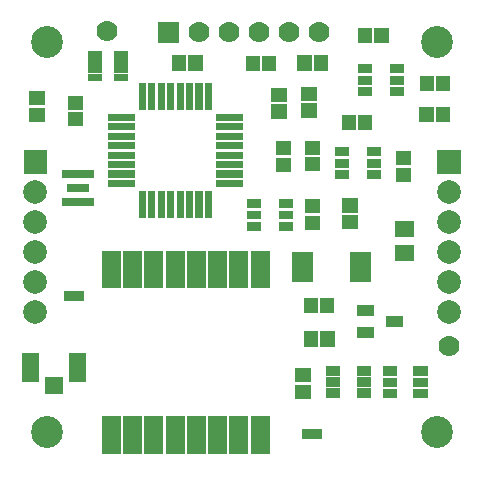
<source format=gts>
G04 Layer: TopSolderMaskLayer*
G04 EasyEDA v6.3.22, 2020-01-22T11:07:26+01:00*
G04 fe9f39e87b364ab5b5230e9583c1109d,6ac03ef627a24f5ab7c901ca926ad83b,10*
G04 Gerber Generator version 0.2*
G04 Scale: 100 percent, Rotated: No, Reflected: No *
G04 Dimensions in millimeters *
G04 leading zeros omitted , absolute positions ,3 integer and 3 decimal *
%FSLAX33Y33*%
%MOMM*%
G90*
G71D02*

%ADD54C,1.778000*%
%ADD55C,2.703195*%
%ADD72C,2.003196*%

%LPD*%
G54D54*
G01X36519Y9789D03*
G54D55*
G01X2500Y35499D03*
G01X35500Y35499D03*
G01X35500Y2499D03*
G01X2500Y2499D03*
G54D54*
G01X7519Y36389D03*
G36*
G01X4770Y13542D02*
G01X4770Y14395D01*
G01X5572Y14395D01*
G01X5572Y13542D01*
G01X4770Y13542D01*
G37*
G36*
G01X3921Y13542D02*
G01X3921Y14395D01*
G01X4724Y14395D01*
G01X4724Y13542D01*
G01X3921Y13542D01*
G37*
G36*
G01X24950Y1853D02*
G01X24950Y2706D01*
G01X25753Y2706D01*
G01X25753Y1853D01*
G01X24950Y1853D01*
G37*
G36*
G01X24102Y1853D02*
G01X24102Y2706D01*
G01X24904Y2706D01*
G01X24904Y1853D01*
G01X24102Y1853D01*
G37*
G36*
G01X7650Y28810D02*
G01X7650Y29419D01*
G01X9885Y29419D01*
G01X9885Y28810D01*
G01X7650Y28810D01*
G37*
G36*
G01X7650Y28022D02*
G01X7650Y28632D01*
G01X9885Y28632D01*
G01X9885Y28022D01*
G01X7650Y28022D01*
G37*
G36*
G01X7650Y27210D02*
G01X7650Y27819D01*
G01X9885Y27819D01*
G01X9885Y27210D01*
G01X7650Y27210D01*
G37*
G36*
G01X7650Y26422D02*
G01X7650Y27032D01*
G01X9885Y27032D01*
G01X9885Y26422D01*
G01X7650Y26422D01*
G37*
G36*
G01X7650Y25609D02*
G01X7650Y26219D01*
G01X9885Y26219D01*
G01X9885Y25609D01*
G01X7650Y25609D01*
G37*
G36*
G01X7650Y24822D02*
G01X7650Y25432D01*
G01X9885Y25432D01*
G01X9885Y24822D01*
G01X7650Y24822D01*
G37*
G36*
G01X7650Y24009D02*
G01X7650Y24619D01*
G01X9885Y24619D01*
G01X9885Y24009D01*
G01X7650Y24009D01*
G37*
G36*
G01X7650Y23222D02*
G01X7650Y23831D01*
G01X9885Y23831D01*
G01X9885Y23222D01*
G01X7650Y23222D01*
G37*
G36*
G01X10241Y20631D02*
G01X10241Y22866D01*
G01X10850Y22866D01*
G01X10850Y20631D01*
G01X10241Y20631D01*
G37*
G36*
G01X11028Y20631D02*
G01X11028Y22866D01*
G01X11638Y22866D01*
G01X11638Y20631D01*
G01X11028Y20631D01*
G37*
G36*
G01X11841Y20631D02*
G01X11841Y22866D01*
G01X12451Y22866D01*
G01X12451Y20631D01*
G01X11841Y20631D01*
G37*
G36*
G01X12628Y20631D02*
G01X12628Y22866D01*
G01X13238Y22866D01*
G01X13238Y20631D01*
G01X12628Y20631D01*
G37*
G36*
G01X13441Y20631D02*
G01X13441Y22866D01*
G01X14051Y22866D01*
G01X14051Y20631D01*
G01X13441Y20631D01*
G37*
G36*
G01X14229Y20631D02*
G01X14229Y22866D01*
G01X14838Y22866D01*
G01X14838Y20631D01*
G01X14229Y20631D01*
G37*
G36*
G01X15041Y20631D02*
G01X15041Y22866D01*
G01X15651Y22866D01*
G01X15651Y20631D01*
G01X15041Y20631D01*
G37*
G36*
G01X15829Y20631D02*
G01X15829Y22866D01*
G01X16438Y22866D01*
G01X16438Y20631D01*
G01X15829Y20631D01*
G37*
G36*
G01X16794Y23222D02*
G01X16794Y23831D01*
G01X19029Y23831D01*
G01X19029Y23222D01*
G01X16794Y23222D01*
G37*
G36*
G01X16794Y24009D02*
G01X16794Y24619D01*
G01X19029Y24619D01*
G01X19029Y24009D01*
G01X16794Y24009D01*
G37*
G36*
G01X16794Y24822D02*
G01X16794Y25432D01*
G01X19029Y25432D01*
G01X19029Y24822D01*
G01X16794Y24822D01*
G37*
G36*
G01X16794Y25609D02*
G01X16794Y26219D01*
G01X19029Y26219D01*
G01X19029Y25609D01*
G01X16794Y25609D01*
G37*
G36*
G01X16794Y26422D02*
G01X16794Y27032D01*
G01X19029Y27032D01*
G01X19029Y26422D01*
G01X16794Y26422D01*
G37*
G36*
G01X16794Y27210D02*
G01X16794Y27819D01*
G01X19029Y27819D01*
G01X19029Y27210D01*
G01X16794Y27210D01*
G37*
G36*
G01X16794Y28022D02*
G01X16794Y28632D01*
G01X19029Y28632D01*
G01X19029Y28022D01*
G01X16794Y28022D01*
G37*
G36*
G01X16794Y28810D02*
G01X16794Y29419D01*
G01X19029Y29419D01*
G01X19029Y28810D01*
G01X16794Y28810D01*
G37*
G36*
G01X15829Y29775D02*
G01X15829Y32010D01*
G01X16438Y32010D01*
G01X16438Y29775D01*
G01X15829Y29775D01*
G37*
G36*
G01X15041Y29775D02*
G01X15041Y32010D01*
G01X15651Y32010D01*
G01X15651Y29775D01*
G01X15041Y29775D01*
G37*
G36*
G01X14229Y29775D02*
G01X14229Y32010D01*
G01X14838Y32010D01*
G01X14838Y29775D01*
G01X14229Y29775D01*
G37*
G36*
G01X13441Y29775D02*
G01X13441Y32010D01*
G01X14051Y32010D01*
G01X14051Y29775D01*
G01X13441Y29775D01*
G37*
G36*
G01X12628Y29775D02*
G01X12628Y32010D01*
G01X13238Y32010D01*
G01X13238Y29775D01*
G01X12628Y29775D01*
G37*
G36*
G01X11841Y29775D02*
G01X11841Y32010D01*
G01X12451Y32010D01*
G01X12451Y29775D01*
G01X11841Y29775D01*
G37*
G36*
G01X11028Y29775D02*
G01X11028Y32010D01*
G01X11638Y32010D01*
G01X11638Y29775D01*
G01X11028Y29775D01*
G37*
G36*
G01X10241Y29775D02*
G01X10241Y32010D01*
G01X10850Y32010D01*
G01X10850Y29775D01*
G01X10241Y29775D01*
G37*
G36*
G01X21849Y25909D02*
G01X21849Y27111D01*
G01X23152Y27111D01*
G01X23152Y25909D01*
G01X21849Y25909D01*
G37*
G36*
G01X21849Y24507D02*
G01X21849Y25711D01*
G01X23152Y25711D01*
G01X23152Y24507D01*
G01X21849Y24507D01*
G37*
G36*
G01X967Y30118D02*
G01X967Y31322D01*
G01X2270Y31322D01*
G01X2270Y30118D01*
G01X967Y30118D01*
G37*
G36*
G01X967Y28718D02*
G01X967Y29922D01*
G01X2270Y29922D01*
G01X2270Y28718D01*
G01X967Y28718D01*
G37*
G36*
G01X4259Y29747D02*
G01X4259Y30951D01*
G01X5562Y30951D01*
G01X5562Y29747D01*
G01X4259Y29747D01*
G37*
G36*
G01X4259Y28348D02*
G01X4259Y29551D01*
G01X5562Y29551D01*
G01X5562Y28348D01*
G01X4259Y28348D01*
G37*
G36*
G01X21457Y30407D02*
G01X21457Y31611D01*
G01X22760Y31611D01*
G01X22760Y30407D01*
G01X21457Y30407D01*
G37*
G36*
G01X21457Y29008D02*
G01X21457Y30212D01*
G01X22760Y30212D01*
G01X22760Y29008D01*
G01X21457Y29008D01*
G37*
G36*
G01X24229Y9699D02*
G01X24229Y11002D01*
G01X25430Y11002D01*
G01X25430Y9699D01*
G01X24229Y9699D01*
G37*
G36*
G01X25628Y9699D02*
G01X25628Y11002D01*
G01X26832Y11002D01*
G01X26832Y9699D01*
G01X25628Y9699D01*
G37*
G36*
G01X3759Y21568D02*
G01X3759Y22272D01*
G01X6461Y22272D01*
G01X6461Y21568D01*
G01X3759Y21568D01*
G37*
G36*
G01X4208Y22767D02*
G01X4208Y23471D01*
G01X6012Y23471D01*
G01X6012Y22767D01*
G01X4208Y22767D01*
G37*
G36*
G01X3759Y23966D02*
G01X3759Y24670D01*
G01X6461Y24670D01*
G01X6461Y23966D01*
G01X3759Y23966D01*
G37*
G36*
G01X5908Y34149D02*
G01X5908Y34751D01*
G01X7170Y34751D01*
G01X7170Y34149D01*
G01X5908Y34149D01*
G37*
G36*
G01X5908Y33499D02*
G01X5908Y34101D01*
G01X7170Y34101D01*
G01X7170Y33499D01*
G01X5908Y33499D01*
G37*
G36*
G01X5908Y32838D02*
G01X5908Y33440D01*
G01X7170Y33440D01*
G01X7170Y32838D01*
G01X5908Y32838D01*
G37*
G36*
G01X5908Y32188D02*
G01X5908Y32790D01*
G01X7170Y32790D01*
G01X7170Y32188D01*
G01X5908Y32188D01*
G37*
G36*
G01X8107Y32188D02*
G01X8107Y32790D01*
G01X9372Y32790D01*
G01X9372Y32188D01*
G01X8107Y32188D01*
G37*
G36*
G01X8107Y32838D02*
G01X8107Y33440D01*
G01X9372Y33440D01*
G01X9372Y32838D01*
G01X8107Y32838D01*
G37*
G36*
G01X8107Y33499D02*
G01X8107Y34101D01*
G01X9372Y34101D01*
G01X9372Y33499D01*
G01X8107Y33499D01*
G37*
G36*
G01X8107Y34149D02*
G01X8107Y34751D01*
G01X9372Y34751D01*
G01X9372Y34149D01*
G01X8107Y34149D01*
G37*
G01X25480Y36340D03*
G01X22940Y36340D03*
G01X20400Y36340D03*
G01X17860Y36340D03*
G01X15320Y36340D03*
G36*
G01X11889Y35449D02*
G01X11889Y37227D01*
G01X13667Y37227D01*
G01X13667Y35449D01*
G01X11889Y35449D01*
G37*
G36*
G01X13037Y33077D02*
G01X13037Y34380D01*
G01X14241Y34380D01*
G01X14241Y33077D01*
G01X13037Y33077D01*
G37*
G36*
G01X14437Y33077D02*
G01X14437Y34380D01*
G01X15641Y34380D01*
G01X15641Y33077D01*
G01X14437Y33077D01*
G37*
G36*
G01X19418Y21423D02*
G01X19418Y22175D01*
G01X20622Y22175D01*
G01X20622Y21423D01*
G01X19418Y21423D01*
G37*
G36*
G01X19418Y20474D02*
G01X19418Y21225D01*
G01X20622Y21225D01*
G01X20622Y20474D01*
G01X19418Y20474D01*
G37*
G36*
G01X19418Y19524D02*
G01X19418Y20275D01*
G01X20622Y20275D01*
G01X20622Y19524D01*
G01X19418Y19524D01*
G37*
G36*
G01X22118Y19524D02*
G01X22118Y20275D01*
G01X23322Y20275D01*
G01X23322Y19524D01*
G01X22118Y19524D01*
G37*
G36*
G01X22118Y21423D02*
G01X22118Y22175D01*
G01X23322Y22175D01*
G01X23322Y21423D01*
G01X22118Y21423D01*
G37*
G36*
G01X22118Y20474D02*
G01X22118Y21225D01*
G01X23322Y21225D01*
G01X23322Y20474D01*
G01X22118Y20474D01*
G37*
G36*
G01X360Y6747D02*
G01X360Y9150D01*
G01X1762Y9150D01*
G01X1762Y6747D01*
G01X360Y6747D01*
G37*
G36*
G01X2308Y5648D02*
G01X2308Y7151D01*
G01X3812Y7151D01*
G01X3812Y5648D01*
G01X2308Y5648D01*
G37*
G36*
G01X4361Y6747D02*
G01X4361Y9150D01*
G01X5763Y9150D01*
G01X5763Y6747D01*
G01X4361Y6747D01*
G37*
G36*
G01X19288Y33039D02*
G01X19288Y34342D01*
G01X20492Y34342D01*
G01X20492Y33039D01*
G01X19288Y33039D01*
G37*
G36*
G01X20688Y33039D02*
G01X20688Y34342D01*
G01X21892Y34342D01*
G01X21892Y33039D01*
G01X20688Y33039D01*
G37*
G36*
G01X29547Y23913D02*
G01X29547Y24667D01*
G01X30751Y24667D01*
G01X30751Y23913D01*
G01X29547Y23913D01*
G37*
G36*
G01X29547Y24863D02*
G01X29547Y25617D01*
G01X30751Y25617D01*
G01X30751Y24863D01*
G01X29547Y24863D01*
G37*
G36*
G01X29547Y25813D02*
G01X29547Y26567D01*
G01X30751Y26567D01*
G01X30751Y25813D01*
G01X29547Y25813D01*
G37*
G36*
G01X26847Y25813D02*
G01X26847Y26567D01*
G01X28051Y26567D01*
G01X28051Y25813D01*
G01X26847Y25813D01*
G37*
G36*
G01X26847Y23913D02*
G01X26847Y24667D01*
G01X28051Y24667D01*
G01X28051Y23913D01*
G01X26847Y23913D01*
G37*
G36*
G01X26847Y24863D02*
G01X26847Y25617D01*
G01X28051Y25617D01*
G01X28051Y24863D01*
G01X26847Y24863D01*
G37*
G36*
G01X28818Y28017D02*
G01X28818Y29320D01*
G01X30022Y29320D01*
G01X30022Y28017D01*
G01X28818Y28017D01*
G37*
G36*
G01X27419Y28017D02*
G01X27419Y29320D01*
G01X28620Y29320D01*
G01X28620Y28017D01*
G01X27419Y28017D01*
G37*
G36*
G01X32009Y25048D02*
G01X32009Y26252D01*
G01X33312Y26252D01*
G01X33312Y25048D01*
G01X32009Y25048D01*
G37*
G36*
G01X32009Y23649D02*
G01X32009Y24850D01*
G01X33312Y24850D01*
G01X33312Y23649D01*
G01X32009Y23649D01*
G37*
G36*
G01X23997Y30499D02*
G01X23997Y31700D01*
G01X25300Y31700D01*
G01X25300Y30499D01*
G01X23997Y30499D01*
G37*
G36*
G01X23997Y29097D02*
G01X23997Y30301D01*
G01X25300Y30301D01*
G01X25300Y29097D01*
G01X23997Y29097D01*
G37*
G36*
G01X23233Y17166D02*
G01X23233Y17674D01*
G01X24985Y17674D01*
G01X24985Y17166D01*
G01X23233Y17166D01*
G37*
G36*
G01X23233Y16666D02*
G01X23233Y17174D01*
G01X24985Y17174D01*
G01X24985Y16666D01*
G01X23233Y16666D01*
G37*
G36*
G01X23233Y16166D02*
G01X23233Y16674D01*
G01X24985Y16674D01*
G01X24985Y16166D01*
G01X23233Y16166D01*
G37*
G36*
G01X23233Y15665D02*
G01X23233Y16173D01*
G01X24985Y16173D01*
G01X24985Y15665D01*
G01X23233Y15665D01*
G37*
G36*
G01X23233Y15165D02*
G01X23233Y15673D01*
G01X24985Y15673D01*
G01X24985Y15165D01*
G01X23233Y15165D01*
G37*
G36*
G01X28135Y15165D02*
G01X28135Y15673D01*
G01X29888Y15673D01*
G01X29888Y15165D01*
G01X28135Y15165D01*
G37*
G36*
G01X28135Y15665D02*
G01X28135Y16173D01*
G01X29888Y16173D01*
G01X29888Y15665D01*
G01X28135Y15665D01*
G37*
G36*
G01X28135Y16166D02*
G01X28135Y16674D01*
G01X29888Y16674D01*
G01X29888Y16166D01*
G01X28135Y16166D01*
G37*
G36*
G01X28135Y16666D02*
G01X28135Y17174D01*
G01X29888Y17174D01*
G01X29888Y16666D01*
G01X28135Y16666D01*
G37*
G36*
G01X28135Y17166D02*
G01X28135Y17674D01*
G01X29888Y17674D01*
G01X29888Y17166D01*
G01X28135Y17166D01*
G37*
G36*
G01X31922Y18985D02*
G01X31922Y20347D01*
G01X33576Y20347D01*
G01X33576Y18985D01*
G01X31922Y18985D01*
G37*
G36*
G01X31922Y16953D02*
G01X31922Y18315D01*
G01X33576Y18315D01*
G01X33576Y16953D01*
G01X31922Y16953D01*
G37*
G36*
G01X25598Y12539D02*
G01X25598Y13842D01*
G01X26802Y13842D01*
G01X26802Y12539D01*
G01X25598Y12539D01*
G37*
G36*
G01X24198Y12539D02*
G01X24198Y13842D01*
G01X25402Y13842D01*
G01X25402Y12539D01*
G01X24198Y12539D01*
G37*
G36*
G01X24317Y25937D02*
G01X24317Y27141D01*
G01X25620Y27141D01*
G01X25620Y25937D01*
G01X24317Y25937D01*
G37*
G36*
G01X24317Y24538D02*
G01X24317Y25741D01*
G01X25620Y25741D01*
G01X25620Y24538D01*
G01X24317Y24538D01*
G37*
G36*
G01X28829Y32843D02*
G01X28829Y33595D01*
G01X30030Y33595D01*
G01X30030Y32843D01*
G01X28829Y32843D01*
G37*
G36*
G01X28829Y31893D02*
G01X28829Y32645D01*
G01X30030Y32645D01*
G01X30030Y31893D01*
G01X28829Y31893D01*
G37*
G36*
G01X28829Y30943D02*
G01X28829Y31695D01*
G01X30030Y31695D01*
G01X30030Y30943D01*
G01X28829Y30943D01*
G37*
G36*
G01X31529Y30943D02*
G01X31529Y31695D01*
G01X32730Y31695D01*
G01X32730Y30943D01*
G01X31529Y30943D01*
G37*
G36*
G01X31529Y32843D02*
G01X31529Y33595D01*
G01X32730Y33595D01*
G01X32730Y32843D01*
G01X31529Y32843D01*
G37*
G36*
G01X31529Y31893D02*
G01X31529Y32645D01*
G01X32730Y32645D01*
G01X32730Y31893D01*
G01X31529Y31893D01*
G37*
G36*
G01X23667Y33057D02*
G01X23667Y34362D01*
G01X24871Y34362D01*
G01X24871Y33057D01*
G01X23667Y33057D01*
G37*
G36*
G01X25067Y33057D02*
G01X25067Y34362D01*
G01X26271Y34362D01*
G01X26271Y33057D01*
G01X25067Y33057D01*
G37*
G36*
G01X30198Y35399D02*
G01X30198Y36702D01*
G01X31402Y36702D01*
G01X31402Y35399D01*
G01X30198Y35399D01*
G37*
G36*
G01X28798Y35399D02*
G01X28798Y36702D01*
G01X30002Y36702D01*
G01X30002Y35399D01*
G01X28798Y35399D01*
G37*
G36*
G01X34008Y28708D02*
G01X34008Y30011D01*
G01X35212Y30011D01*
G01X35212Y28708D01*
G01X34008Y28708D01*
G37*
G36*
G01X35407Y28708D02*
G01X35407Y30011D01*
G01X36611Y30011D01*
G01X36611Y28708D01*
G01X35407Y28708D01*
G37*
G36*
G01X34018Y31347D02*
G01X34018Y32650D01*
G01X35222Y32650D01*
G01X35222Y31347D01*
G01X34018Y31347D01*
G37*
G36*
G01X35417Y31347D02*
G01X35417Y32650D01*
G01X36621Y32650D01*
G01X36621Y31347D01*
G01X35417Y31347D01*
G37*
G36*
G01X30896Y7212D02*
G01X30896Y8025D01*
G01X32100Y8025D01*
G01X32100Y7212D01*
G01X30896Y7212D01*
G37*
G36*
G01X30896Y6262D02*
G01X30896Y7075D01*
G01X32100Y7075D01*
G01X32100Y6262D01*
G01X30896Y6262D01*
G37*
G36*
G01X30896Y5312D02*
G01X30896Y6125D01*
G01X32100Y6125D01*
G01X32100Y5312D01*
G01X30896Y5312D01*
G37*
G36*
G01X33497Y5312D02*
G01X33497Y6125D01*
G01X34701Y6125D01*
G01X34701Y5312D01*
G01X33497Y5312D01*
G37*
G36*
G01X33497Y6262D02*
G01X33497Y7075D01*
G01X34701Y7075D01*
G01X34701Y6262D01*
G01X33497Y6262D01*
G37*
G36*
G01X33497Y7212D02*
G01X33497Y8025D01*
G01X34701Y8025D01*
G01X34701Y7212D01*
G01X33497Y7212D01*
G37*
G36*
G01X31183Y11368D02*
G01X31183Y12272D01*
G01X32636Y12272D01*
G01X32636Y11368D01*
G01X31183Y11368D01*
G37*
G36*
G01X28684Y10418D02*
G01X28684Y11322D01*
G01X30137Y11322D01*
G01X30137Y10418D01*
G01X28684Y10418D01*
G37*
G36*
G01X28684Y12318D02*
G01X28684Y13222D01*
G01X30137Y13222D01*
G01X30137Y12318D01*
G01X28684Y12318D01*
G37*
G36*
G01X23507Y6669D02*
G01X23507Y7870D01*
G01X24810Y7870D01*
G01X24810Y6669D01*
G01X23507Y6669D01*
G37*
G36*
G01X23507Y5269D02*
G01X23507Y6470D01*
G01X24810Y6470D01*
G01X24810Y5269D01*
G01X23507Y5269D01*
G37*
G36*
G01X26108Y7243D02*
G01X26108Y8055D01*
G01X27312Y8055D01*
G01X27312Y7243D01*
G01X26108Y7243D01*
G37*
G36*
G01X26108Y6293D02*
G01X26108Y7105D01*
G01X27312Y7105D01*
G01X27312Y6293D01*
G01X26108Y6293D01*
G37*
G36*
G01X26108Y5343D02*
G01X26108Y6156D01*
G01X27312Y6156D01*
G01X27312Y5343D01*
G01X26108Y5343D01*
G37*
G36*
G01X28709Y5343D02*
G01X28709Y6156D01*
G01X29913Y6156D01*
G01X29913Y5343D01*
G01X28709Y5343D01*
G37*
G36*
G01X28709Y6293D02*
G01X28709Y7105D01*
G01X29913Y7105D01*
G01X29913Y6293D01*
G01X28709Y6293D01*
G37*
G36*
G01X28709Y7243D02*
G01X28709Y8055D01*
G01X29913Y8055D01*
G01X29913Y7243D01*
G01X28709Y7243D01*
G37*
G54D72*
G01X1500Y12650D03*
G01X1500Y15190D03*
G01X1500Y17730D03*
G01X1500Y20270D03*
G01X1500Y22810D03*
G36*
G01X497Y24347D02*
G01X497Y26351D01*
G01X2501Y26351D01*
G01X2501Y24347D01*
G01X497Y24347D01*
G37*
G01X36500Y12650D03*
G01X36500Y15190D03*
G01X36500Y17730D03*
G01X36500Y20270D03*
G01X36500Y22810D03*
G36*
G01X35499Y24347D02*
G01X35499Y26351D01*
G01X37500Y26351D01*
G01X37500Y24347D01*
G01X35499Y24347D01*
G37*
G36*
G01X27487Y21048D02*
G01X27487Y22252D01*
G01X28790Y22252D01*
G01X28790Y21048D01*
G01X27487Y21048D01*
G37*
G36*
G01X27487Y19648D02*
G01X27487Y20852D01*
G01X28790Y20852D01*
G01X28790Y19648D01*
G01X27487Y19648D01*
G37*
G36*
G01X24297Y19597D02*
G01X24297Y20801D01*
G01X25600Y20801D01*
G01X25600Y19597D01*
G01X24297Y19597D01*
G37*
G36*
G01X24297Y20997D02*
G01X24297Y22201D01*
G01X25600Y22201D01*
G01X25600Y20997D01*
G01X24297Y20997D01*
G37*
G36*
G01X7112Y626D02*
G01X7112Y3831D01*
G01X8717Y3831D01*
G01X8717Y626D01*
G01X7112Y626D01*
G37*
G36*
G01X8912Y626D02*
G01X8912Y3831D01*
G01X10515Y3831D01*
G01X10515Y626D01*
G01X8912Y626D01*
G37*
G36*
G01X10713Y626D02*
G01X10713Y3831D01*
G01X12316Y3831D01*
G01X12316Y626D01*
G01X10713Y626D01*
G37*
G36*
G01X12512Y626D02*
G01X12512Y3831D01*
G01X14117Y3831D01*
G01X14117Y626D01*
G01X12512Y626D01*
G37*
G36*
G01X14312Y626D02*
G01X14312Y3831D01*
G01X15915Y3831D01*
G01X15915Y626D01*
G01X14312Y626D01*
G37*
G36*
G01X16113Y626D02*
G01X16113Y3831D01*
G01X17716Y3831D01*
G01X17716Y626D01*
G01X16113Y626D01*
G37*
G36*
G01X17912Y626D02*
G01X17912Y3831D01*
G01X19517Y3831D01*
G01X19517Y626D01*
G01X17912Y626D01*
G37*
G36*
G01X19712Y626D02*
G01X19712Y3831D01*
G01X21315Y3831D01*
G01X21315Y626D01*
G01X19712Y626D01*
G37*
G36*
G01X7112Y14626D02*
G01X7112Y17829D01*
G01X8717Y17829D01*
G01X8717Y14626D01*
G01X7112Y14626D01*
G37*
G36*
G01X8912Y14626D02*
G01X8912Y17829D01*
G01X10515Y17829D01*
G01X10515Y14626D01*
G01X8912Y14626D01*
G37*
G36*
G01X10713Y14626D02*
G01X10713Y17829D01*
G01X12316Y17829D01*
G01X12316Y14626D01*
G01X10713Y14626D01*
G37*
G36*
G01X12512Y14626D02*
G01X12512Y17829D01*
G01X14117Y17829D01*
G01X14117Y14626D01*
G01X12512Y14626D01*
G37*
G36*
G01X14312Y14626D02*
G01X14312Y17829D01*
G01X15915Y17829D01*
G01X15915Y14626D01*
G01X14312Y14626D01*
G37*
G36*
G01X16113Y14626D02*
G01X16113Y17829D01*
G01X17716Y17829D01*
G01X17716Y14626D01*
G01X16113Y14626D01*
G37*
G36*
G01X17912Y14626D02*
G01X17912Y17829D01*
G01X19517Y17829D01*
G01X19517Y14626D01*
G01X17912Y14626D01*
G37*
G36*
G01X19712Y14626D02*
G01X19712Y17829D01*
G01X21315Y17829D01*
G01X21315Y14626D01*
G01X19712Y14626D01*
G37*
M00*
M02*

</source>
